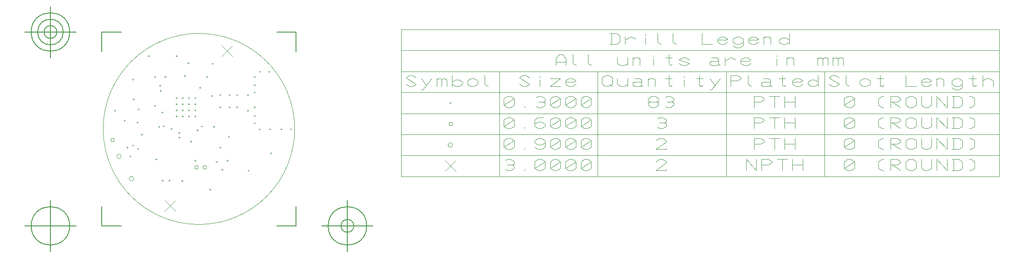
<source format=gbr>
G04 Generated by Ultiboard 13.0 *
%FSLAX34Y34*%
%MOMM*%

%ADD11C,0.0100*%
%ADD12C,0.1000*%
%ADD13C,0.0010*%
%ADD14C,0.1500*%


G04 ColorRGB 000000 for the following layer *
%LNDrill Symbols-Copper Top-Copper Bottom*%
%LPD*%
G54D11*
X327000Y531500D02*
X327000Y534500D01*
X325500Y533000D02*
X328500Y533000D01*
X443250Y528500D02*
X446250Y528500D01*
X444750Y527000D02*
X444750Y530000D01*
X372000Y574500D02*
X372000Y577500D01*
X370500Y576000D02*
X373500Y576000D01*
X357000Y591500D02*
X357000Y594500D01*
X355500Y593000D02*
X358500Y593000D01*
X370500Y585000D02*
X373500Y585000D01*
X372000Y583500D02*
X372000Y586500D01*
X414500Y597250D02*
X417500Y597250D01*
X416000Y595750D02*
X416000Y598750D01*
X406000Y590000D02*
X409000Y590000D01*
X407500Y588500D02*
X407500Y591500D01*
X440000Y595500D02*
X440000Y598500D01*
X438500Y597000D02*
X441500Y597000D01*
X265750Y607500D02*
X265750Y610500D01*
X264250Y609000D02*
X267250Y609000D01*
X291000Y603500D02*
X291000Y606500D01*
X289500Y605000D02*
X292500Y605000D01*
X247000Y626500D02*
X247000Y629500D01*
X245500Y628000D02*
X248500Y628000D01*
X291441Y630800D02*
X294441Y630800D01*
X292941Y629300D02*
X292941Y632300D01*
X339000Y623300D02*
X339000Y626300D01*
X337500Y624800D02*
X340500Y624800D01*
X325000Y636500D02*
X325000Y639500D01*
X323500Y638000D02*
X326500Y638000D01*
X336000Y665500D02*
X336000Y668500D01*
X334500Y667000D02*
X337500Y667000D01*
X411400Y672850D02*
X414400Y672850D01*
X412900Y671350D02*
X412900Y674350D01*
X325000Y692500D02*
X325000Y695500D01*
X323500Y694000D02*
X326500Y694000D01*
X343500Y694000D02*
X346500Y694000D01*
X345000Y692500D02*
X345000Y695500D01*
X381500Y696000D02*
X384500Y696000D01*
X383000Y694500D02*
X383000Y697500D01*
X424500Y694000D02*
X427500Y694000D01*
X426000Y692500D02*
X426000Y695500D01*
X390000Y719500D02*
X390000Y722500D01*
X388500Y721000D02*
X391500Y721000D01*
X437000Y718500D02*
X437000Y721500D01*
X435500Y720000D02*
X438500Y720000D01*
X313000Y733500D02*
X313000Y736500D01*
X311500Y735000D02*
X314500Y735000D01*
X365500Y735000D02*
X368500Y735000D01*
X367000Y733500D02*
X367000Y736500D01*
X527500Y592000D02*
X530500Y592000D01*
X529000Y590500D02*
X529000Y593500D01*
X547500Y592000D02*
X550500Y592000D01*
X549000Y590500D02*
X549000Y593500D01*
X569500Y592000D02*
X572500Y592000D01*
X571000Y590500D02*
X571000Y593500D01*
X588500Y592000D02*
X591500Y592000D01*
X590000Y590500D02*
X590000Y593500D01*
X519000Y616500D02*
X519000Y619500D01*
X517500Y618000D02*
X520500Y618000D01*
X519000Y602500D02*
X519000Y605500D01*
X517500Y604000D02*
X520500Y604000D01*
X519000Y662500D02*
X519000Y665500D01*
X517500Y664000D02*
X520500Y664000D01*
X519000Y692500D02*
X519000Y695500D01*
X517500Y694000D02*
X520500Y694000D01*
X517500Y678000D02*
X520500Y678000D01*
X519000Y676500D02*
X519000Y679500D01*
X527500Y704000D02*
X530500Y704000D01*
X529000Y702500D02*
X529000Y705500D01*
X545500Y704000D02*
X548500Y704000D01*
X547000Y702500D02*
X547000Y705500D01*
X549500Y545000D02*
X552500Y545000D01*
X551000Y543500D02*
X551000Y546500D01*
X283000Y648500D02*
X283000Y651500D01*
X281500Y650000D02*
X284500Y650000D01*
X280500Y689000D02*
X283500Y689000D01*
X282000Y687500D02*
X282000Y690500D01*
X250700Y538700D02*
G75*
D01*
G02X250700Y538700I4500J0*
G01*
X275000Y495200D02*
G75*
D01*
G02X275000Y495200I4500J0*
G01*
X506000Y657500D02*
X506000Y660500D01*
X504500Y659000D02*
X507500Y659000D01*
X470000Y657500D02*
X470000Y660500D01*
X468500Y659000D02*
X471500Y659000D01*
X436000Y655500D02*
X436000Y658500D01*
X434500Y657000D02*
X437500Y657000D01*
X450500Y635000D02*
X453500Y635000D01*
X452000Y633500D02*
X452000Y636500D01*
X468500Y635000D02*
X471500Y635000D01*
X470000Y633500D02*
X470000Y636500D01*
X483500Y635000D02*
X486500Y635000D01*
X485000Y633500D02*
X485000Y636500D01*
X519000Y633500D02*
X519000Y636500D01*
X517500Y635000D02*
X520500Y635000D01*
X504500Y628000D02*
X507500Y628000D01*
X506000Y626500D02*
X506000Y629500D01*
X483500Y659000D02*
X486500Y659000D01*
X485000Y657500D02*
X485000Y660500D01*
X333500Y677000D02*
X336500Y677000D01*
X335000Y675500D02*
X335000Y678500D01*
X467500Y577000D02*
X470500Y577000D01*
X469000Y575500D02*
X469000Y578500D01*
X401500Y531000D02*
X404500Y531000D01*
X403000Y529500D02*
X403000Y532500D01*
X340000Y490500D02*
X340000Y493500D01*
X338500Y492000D02*
X341500Y492000D01*
X376500Y491000D02*
X379500Y491000D01*
X378000Y489500D02*
X378000Y492500D01*
X351500Y492000D02*
X354500Y492000D01*
X353000Y490500D02*
X353000Y493500D01*
X505500Y511000D02*
X508500Y511000D01*
X507000Y509500D02*
X507000Y512500D01*
X430500Y474000D02*
X433500Y474000D01*
X432000Y472500D02*
X432000Y475500D01*
X450500Y556000D02*
X453500Y556000D01*
X452000Y554500D02*
X452000Y557500D01*
X395000Y566500D02*
X395000Y569500D01*
X393500Y568000D02*
X396500Y568000D01*
X456000Y511500D02*
X456000Y514500D01*
X454500Y513000D02*
X457500Y513000D01*
X277000Y537500D02*
X277000Y540500D01*
X275500Y539000D02*
X278500Y539000D01*
X340500Y598000D02*
X343500Y598000D01*
X342000Y596500D02*
X342000Y599500D01*
X332800Y595500D02*
X332800Y598500D01*
X331300Y597000D02*
X334300Y597000D01*
X464400Y531000D02*
X467400Y531000D01*
X465900Y529500D02*
X465900Y532500D01*
X269500Y556000D02*
X272500Y556000D01*
X271000Y554500D02*
X271000Y557500D01*
X290450Y553900D02*
X293450Y553900D01*
X291950Y552400D02*
X291950Y555400D01*
X280500Y560000D02*
X283500Y560000D01*
X282000Y558500D02*
X282000Y561500D01*
X239000Y568000D02*
X245000Y568000D01*
X245000Y574000D01*
X239000Y574000D01*
X239000Y568000D01*
X450500Y659000D02*
X453500Y659000D01*
X452000Y657500D02*
X452000Y660500D01*
X297600Y581800D02*
X300600Y581800D01*
X299100Y580300D02*
X299100Y583300D01*
X402300Y515000D02*
X408300Y515000D01*
X408300Y521000D01*
X402300Y521000D01*
X402300Y515000D01*
X418700Y515000D02*
X424700Y515000D01*
X424700Y521000D01*
X418700Y521000D01*
X418700Y515000D01*
X377500Y653000D02*
X380500Y653000D01*
X379000Y651500D02*
X379000Y654500D01*
X391000Y651500D02*
X391000Y654500D01*
X389500Y653000D02*
X392500Y653000D01*
X365500Y653000D02*
X368500Y653000D01*
X367000Y651500D02*
X367000Y654500D01*
X403000Y651500D02*
X403000Y654500D01*
X401500Y653000D02*
X404500Y653000D01*
X365500Y641000D02*
X368500Y641000D01*
X367000Y639500D02*
X367000Y642500D01*
X377500Y641000D02*
X380500Y641000D01*
X379000Y639500D02*
X379000Y642500D01*
X391000Y639500D02*
X391000Y642500D01*
X389500Y641000D02*
X392500Y641000D01*
X403000Y639500D02*
X403000Y642500D01*
X401500Y641000D02*
X404500Y641000D01*
X365500Y629000D02*
X368500Y629000D01*
X367000Y627500D02*
X367000Y630500D01*
X377500Y629000D02*
X380500Y629000D01*
X379000Y627500D02*
X379000Y630500D01*
X391000Y627500D02*
X391000Y630500D01*
X389500Y629000D02*
X392500Y629000D01*
X403000Y627500D02*
X403000Y630500D01*
X401500Y629000D02*
X404500Y629000D01*
X367000Y615500D02*
X367000Y618500D01*
X365500Y617000D02*
X368500Y617000D01*
X377500Y617000D02*
X380500Y617000D01*
X379000Y615500D02*
X379000Y618500D01*
X389500Y617000D02*
X392500Y617000D01*
X391000Y615500D02*
X391000Y618500D01*
X403000Y615500D02*
X403000Y618500D01*
X401500Y617000D02*
X404500Y617000D01*
X896015Y561065D02*
G75*
D01*
G02X896015Y561065I4500J0*
G01*
X897515Y599065D02*
X903515Y599065D01*
X903515Y605065D01*
X897515Y605065D01*
X897515Y599065D01*
X899015Y643065D02*
X902015Y643065D01*
X900515Y641565D02*
X900515Y644565D01*
G54D12*
X455093Y733893D02*
X476307Y755107D01*
X455093Y755107D02*
X476307Y733893D01*
X343793Y431693D02*
X365007Y452907D01*
X343793Y452907D02*
X365007Y431693D01*
X889908Y509458D02*
X911122Y530672D01*
X889908Y530672D02*
X911122Y509458D01*
X1008182Y530779D02*
X1011515Y532922D01*
X1018182Y532922D01*
X1024848Y528636D01*
X1024848Y524351D01*
X1021515Y522208D01*
X1024848Y520065D01*
X1024848Y515779D01*
X1018182Y511494D01*
X1011515Y511494D01*
X1008182Y513636D01*
X1011515Y522208D02*
X1021515Y522208D01*
X1044848Y511494D02*
X1044848Y513636D01*
X1064848Y528636D02*
X1071515Y532922D01*
X1078182Y532922D01*
X1084848Y528636D01*
X1084848Y515779D01*
X1078182Y511494D01*
X1071515Y511494D01*
X1064848Y515779D01*
X1064848Y528636D01*
X1084848Y528636D02*
X1064848Y515779D01*
X1094848Y528636D02*
X1101515Y532922D01*
X1108182Y532922D01*
X1114848Y528636D01*
X1114848Y515779D01*
X1108182Y511494D01*
X1101515Y511494D01*
X1094848Y515779D01*
X1094848Y528636D01*
X1114848Y528636D02*
X1094848Y515779D01*
X1124848Y528636D02*
X1131515Y532922D01*
X1138182Y532922D01*
X1144848Y528636D01*
X1144848Y515779D01*
X1138182Y511494D01*
X1131515Y511494D01*
X1124848Y515779D01*
X1124848Y528636D01*
X1144848Y528636D02*
X1124848Y515779D01*
X1154848Y528636D02*
X1161515Y532922D01*
X1168182Y532922D01*
X1174848Y528636D01*
X1174848Y515779D01*
X1168182Y511494D01*
X1161515Y511494D01*
X1154848Y515779D01*
X1154848Y528636D01*
X1174848Y528636D02*
X1154848Y515779D01*
X1300848Y528636D02*
X1307515Y532922D01*
X1314182Y532922D01*
X1320848Y528636D01*
X1320848Y526494D01*
X1300848Y511494D01*
X1320848Y511494D01*
X1320848Y513636D01*
X1476848Y511494D02*
X1476848Y532922D01*
X1496848Y511494D01*
X1496848Y532922D01*
X1506848Y511494D02*
X1506848Y532922D01*
X1520182Y532922D01*
X1526848Y528636D01*
X1526848Y526494D01*
X1520182Y522208D01*
X1506848Y522208D01*
X1546848Y511494D02*
X1546848Y532922D01*
X1536848Y532922D02*
X1556848Y532922D01*
X1566848Y511494D02*
X1566848Y532922D01*
X1586848Y511494D02*
X1586848Y532922D01*
X1566848Y522208D02*
X1586848Y522208D01*
X1667848Y528636D02*
X1674515Y532922D01*
X1681182Y532922D01*
X1687848Y528636D01*
X1687848Y515779D01*
X1681182Y511494D01*
X1674515Y511494D01*
X1667848Y515779D01*
X1667848Y528636D01*
X1687848Y528636D02*
X1667848Y515779D01*
X1744515Y511494D02*
X1741182Y511494D01*
X1734515Y515779D01*
X1734515Y528636D01*
X1741182Y532922D01*
X1744515Y532922D01*
X1757848Y511494D02*
X1757848Y532922D01*
X1771182Y532922D01*
X1777848Y528636D01*
X1777848Y526494D01*
X1771182Y522208D01*
X1757848Y522208D01*
X1761182Y522208D02*
X1777848Y511494D01*
X1787848Y515779D02*
X1794515Y511494D01*
X1801182Y511494D01*
X1807848Y515779D01*
X1807848Y528636D01*
X1801182Y532922D01*
X1794515Y532922D01*
X1787848Y528636D01*
X1787848Y515779D01*
X1817848Y532922D02*
X1817848Y515779D01*
X1824515Y511494D01*
X1831182Y511494D01*
X1837848Y515779D01*
X1837848Y532922D01*
X1847848Y511494D02*
X1847848Y532922D01*
X1867848Y511494D01*
X1867848Y532922D01*
X1877848Y511494D02*
X1891182Y511494D01*
X1897848Y515779D01*
X1897848Y528636D01*
X1891182Y532922D01*
X1877848Y532922D01*
X1881182Y532922D02*
X1881182Y511494D01*
X1911182Y532922D02*
X1914515Y532922D01*
X1921182Y528636D01*
X1921182Y515779D01*
X1914515Y511494D01*
X1911182Y511494D01*
X1004848Y569636D02*
X1011515Y573922D01*
X1018182Y573922D01*
X1024848Y569636D01*
X1024848Y556779D01*
X1018182Y552494D01*
X1011515Y552494D01*
X1004848Y556779D01*
X1004848Y569636D01*
X1024848Y569636D02*
X1004848Y556779D01*
X1044848Y552494D02*
X1044848Y554636D01*
X1064848Y556779D02*
X1071515Y552494D01*
X1078182Y552494D01*
X1084848Y556779D01*
X1084848Y565351D01*
X1084848Y569636D01*
X1078182Y573922D01*
X1071515Y573922D01*
X1064848Y569636D01*
X1064848Y565351D01*
X1071515Y561065D01*
X1078182Y561065D01*
X1084848Y565351D01*
X1094848Y569636D02*
X1101515Y573922D01*
X1108182Y573922D01*
X1114848Y569636D01*
X1114848Y556779D01*
X1108182Y552494D01*
X1101515Y552494D01*
X1094848Y556779D01*
X1094848Y569636D01*
X1114848Y569636D02*
X1094848Y556779D01*
X1124848Y569636D02*
X1131515Y573922D01*
X1138182Y573922D01*
X1144848Y569636D01*
X1144848Y556779D01*
X1138182Y552494D01*
X1131515Y552494D01*
X1124848Y556779D01*
X1124848Y569636D01*
X1144848Y569636D02*
X1124848Y556779D01*
X1154848Y569636D02*
X1161515Y573922D01*
X1168182Y573922D01*
X1174848Y569636D01*
X1174848Y556779D01*
X1168182Y552494D01*
X1161515Y552494D01*
X1154848Y556779D01*
X1154848Y569636D01*
X1174848Y569636D02*
X1154848Y556779D01*
X1300848Y569636D02*
X1307515Y573922D01*
X1314182Y573922D01*
X1320848Y569636D01*
X1320848Y567494D01*
X1300848Y552494D01*
X1320848Y552494D01*
X1320848Y554636D01*
X1491848Y552494D02*
X1491848Y573922D01*
X1505182Y573922D01*
X1511848Y569636D01*
X1511848Y567494D01*
X1505182Y563208D01*
X1491848Y563208D01*
X1531848Y552494D02*
X1531848Y573922D01*
X1521848Y573922D02*
X1541848Y573922D01*
X1551848Y552494D02*
X1551848Y573922D01*
X1571848Y552494D02*
X1571848Y573922D01*
X1551848Y563208D02*
X1571848Y563208D01*
X1667848Y569636D02*
X1674515Y573922D01*
X1681182Y573922D01*
X1687848Y569636D01*
X1687848Y556779D01*
X1681182Y552494D01*
X1674515Y552494D01*
X1667848Y556779D01*
X1667848Y569636D01*
X1687848Y569636D02*
X1667848Y556779D01*
X1744515Y552494D02*
X1741182Y552494D01*
X1734515Y556779D01*
X1734515Y569636D01*
X1741182Y573922D01*
X1744515Y573922D01*
X1757848Y552494D02*
X1757848Y573922D01*
X1771182Y573922D01*
X1777848Y569636D01*
X1777848Y567494D01*
X1771182Y563208D01*
X1757848Y563208D01*
X1761182Y563208D02*
X1777848Y552494D01*
X1787848Y556779D02*
X1794515Y552494D01*
X1801182Y552494D01*
X1807848Y556779D01*
X1807848Y569636D01*
X1801182Y573922D01*
X1794515Y573922D01*
X1787848Y569636D01*
X1787848Y556779D01*
X1817848Y573922D02*
X1817848Y556779D01*
X1824515Y552494D01*
X1831182Y552494D01*
X1837848Y556779D01*
X1837848Y573922D01*
X1847848Y552494D02*
X1847848Y573922D01*
X1867848Y552494D01*
X1867848Y573922D01*
X1877848Y552494D02*
X1891182Y552494D01*
X1897848Y556779D01*
X1897848Y569636D01*
X1891182Y573922D01*
X1877848Y573922D01*
X1881182Y573922D02*
X1881182Y552494D01*
X1911182Y573922D02*
X1914515Y573922D01*
X1921182Y569636D01*
X1921182Y556779D01*
X1914515Y552494D01*
X1911182Y552494D01*
X1004848Y610636D02*
X1011515Y614922D01*
X1018182Y614922D01*
X1024848Y610636D01*
X1024848Y597779D01*
X1018182Y593494D01*
X1011515Y593494D01*
X1004848Y597779D01*
X1004848Y610636D01*
X1024848Y610636D02*
X1004848Y597779D01*
X1044848Y593494D02*
X1044848Y595636D01*
X1081515Y614922D02*
X1071515Y614922D01*
X1064848Y610636D01*
X1064848Y602065D01*
X1064848Y597779D01*
X1071515Y593494D01*
X1078182Y593494D01*
X1084848Y597779D01*
X1084848Y602065D01*
X1078182Y606351D01*
X1071515Y606351D01*
X1064848Y602065D01*
X1094848Y610636D02*
X1101515Y614922D01*
X1108182Y614922D01*
X1114848Y610636D01*
X1114848Y597779D01*
X1108182Y593494D01*
X1101515Y593494D01*
X1094848Y597779D01*
X1094848Y610636D01*
X1114848Y610636D02*
X1094848Y597779D01*
X1124848Y610636D02*
X1131515Y614922D01*
X1138182Y614922D01*
X1144848Y610636D01*
X1144848Y597779D01*
X1138182Y593494D01*
X1131515Y593494D01*
X1124848Y597779D01*
X1124848Y610636D01*
X1144848Y610636D02*
X1124848Y597779D01*
X1154848Y610636D02*
X1161515Y614922D01*
X1168182Y614922D01*
X1174848Y610636D01*
X1174848Y597779D01*
X1168182Y593494D01*
X1161515Y593494D01*
X1154848Y597779D01*
X1154848Y610636D01*
X1174848Y610636D02*
X1154848Y597779D01*
X1304182Y612779D02*
X1307515Y614922D01*
X1314182Y614922D01*
X1320848Y610636D01*
X1320848Y606351D01*
X1317515Y604208D01*
X1320848Y602065D01*
X1320848Y597779D01*
X1314182Y593494D01*
X1307515Y593494D01*
X1304182Y595636D01*
X1307515Y604208D02*
X1317515Y604208D01*
X1491848Y593494D02*
X1491848Y614922D01*
X1505182Y614922D01*
X1511848Y610636D01*
X1511848Y608494D01*
X1505182Y604208D01*
X1491848Y604208D01*
X1531848Y593494D02*
X1531848Y614922D01*
X1521848Y614922D02*
X1541848Y614922D01*
X1551848Y593494D02*
X1551848Y614922D01*
X1571848Y593494D02*
X1571848Y614922D01*
X1551848Y604208D02*
X1571848Y604208D01*
X1667848Y610636D02*
X1674515Y614922D01*
X1681182Y614922D01*
X1687848Y610636D01*
X1687848Y597779D01*
X1681182Y593494D01*
X1674515Y593494D01*
X1667848Y597779D01*
X1667848Y610636D01*
X1687848Y610636D02*
X1667848Y597779D01*
X1744515Y593494D02*
X1741182Y593494D01*
X1734515Y597779D01*
X1734515Y610636D01*
X1741182Y614922D01*
X1744515Y614922D01*
X1757848Y593494D02*
X1757848Y614922D01*
X1771182Y614922D01*
X1777848Y610636D01*
X1777848Y608494D01*
X1771182Y604208D01*
X1757848Y604208D01*
X1761182Y604208D02*
X1777848Y593494D01*
X1787848Y597779D02*
X1794515Y593494D01*
X1801182Y593494D01*
X1807848Y597779D01*
X1807848Y610636D01*
X1801182Y614922D01*
X1794515Y614922D01*
X1787848Y610636D01*
X1787848Y597779D01*
X1817848Y614922D02*
X1817848Y597779D01*
X1824515Y593494D01*
X1831182Y593494D01*
X1837848Y597779D01*
X1837848Y614922D01*
X1847848Y593494D02*
X1847848Y614922D01*
X1867848Y593494D01*
X1867848Y614922D01*
X1877848Y593494D02*
X1891182Y593494D01*
X1897848Y597779D01*
X1897848Y610636D01*
X1891182Y614922D01*
X1877848Y614922D01*
X1881182Y614922D02*
X1881182Y593494D01*
X1911182Y614922D02*
X1914515Y614922D01*
X1921182Y610636D01*
X1921182Y597779D01*
X1914515Y593494D01*
X1911182Y593494D01*
X1004848Y651636D02*
X1011515Y655922D01*
X1018182Y655922D01*
X1024848Y651636D01*
X1024848Y638779D01*
X1018182Y634494D01*
X1011515Y634494D01*
X1004848Y638779D01*
X1004848Y651636D01*
X1024848Y651636D02*
X1004848Y638779D01*
X1044848Y634494D02*
X1044848Y636636D01*
X1068182Y653779D02*
X1071515Y655922D01*
X1078182Y655922D01*
X1084848Y651636D01*
X1084848Y647351D01*
X1081515Y645208D01*
X1084848Y643065D01*
X1084848Y638779D01*
X1078182Y634494D01*
X1071515Y634494D01*
X1068182Y636636D01*
X1071515Y645208D02*
X1081515Y645208D01*
X1094848Y651636D02*
X1101515Y655922D01*
X1108182Y655922D01*
X1114848Y651636D01*
X1114848Y638779D01*
X1108182Y634494D01*
X1101515Y634494D01*
X1094848Y638779D01*
X1094848Y651636D01*
X1114848Y651636D02*
X1094848Y638779D01*
X1124848Y651636D02*
X1131515Y655922D01*
X1138182Y655922D01*
X1144848Y651636D01*
X1144848Y638779D01*
X1138182Y634494D01*
X1131515Y634494D01*
X1124848Y638779D01*
X1124848Y651636D01*
X1144848Y651636D02*
X1124848Y638779D01*
X1154848Y651636D02*
X1161515Y655922D01*
X1168182Y655922D01*
X1174848Y651636D01*
X1174848Y638779D01*
X1168182Y634494D01*
X1161515Y634494D01*
X1154848Y638779D01*
X1154848Y651636D01*
X1174848Y651636D02*
X1154848Y638779D01*
X1299182Y634494D02*
X1292515Y634494D01*
X1285848Y638779D01*
X1285848Y643065D01*
X1289182Y645208D01*
X1285848Y647351D01*
X1285848Y651636D01*
X1292515Y655922D01*
X1299182Y655922D01*
X1305848Y651636D01*
X1305848Y647351D01*
X1302515Y645208D01*
X1305848Y643065D01*
X1305848Y638779D01*
X1299182Y634494D01*
X1289182Y645208D02*
X1302515Y645208D01*
X1319182Y653779D02*
X1322515Y655922D01*
X1329182Y655922D01*
X1335848Y651636D01*
X1335848Y647351D01*
X1332515Y645208D01*
X1335848Y643065D01*
X1335848Y638779D01*
X1329182Y634494D01*
X1322515Y634494D01*
X1319182Y636636D01*
X1322515Y645208D02*
X1332515Y645208D01*
X1491848Y634494D02*
X1491848Y655922D01*
X1505182Y655922D01*
X1511848Y651636D01*
X1511848Y649494D01*
X1505182Y645208D01*
X1491848Y645208D01*
X1531848Y634494D02*
X1531848Y655922D01*
X1521848Y655922D02*
X1541848Y655922D01*
X1551848Y634494D02*
X1551848Y655922D01*
X1571848Y634494D02*
X1571848Y655922D01*
X1551848Y645208D02*
X1571848Y645208D01*
X1667848Y651636D02*
X1674515Y655922D01*
X1681182Y655922D01*
X1687848Y651636D01*
X1687848Y638779D01*
X1681182Y634494D01*
X1674515Y634494D01*
X1667848Y638779D01*
X1667848Y651636D01*
X1687848Y651636D02*
X1667848Y638779D01*
X1744515Y634494D02*
X1741182Y634494D01*
X1734515Y638779D01*
X1734515Y651636D01*
X1741182Y655922D01*
X1744515Y655922D01*
X1757848Y634494D02*
X1757848Y655922D01*
X1771182Y655922D01*
X1777848Y651636D01*
X1777848Y649494D01*
X1771182Y645208D01*
X1757848Y645208D01*
X1761182Y645208D02*
X1777848Y634494D01*
X1787848Y638779D02*
X1794515Y634494D01*
X1801182Y634494D01*
X1807848Y638779D01*
X1807848Y651636D01*
X1801182Y655922D01*
X1794515Y655922D01*
X1787848Y651636D01*
X1787848Y638779D01*
X1817848Y655922D02*
X1817848Y638779D01*
X1824515Y634494D01*
X1831182Y634494D01*
X1837848Y638779D01*
X1837848Y655922D01*
X1847848Y634494D02*
X1847848Y655922D01*
X1867848Y634494D01*
X1867848Y655922D01*
X1877848Y634494D02*
X1891182Y634494D01*
X1897848Y638779D01*
X1897848Y651636D01*
X1891182Y655922D01*
X1877848Y655922D01*
X1881182Y655922D02*
X1881182Y634494D01*
X1911182Y655922D02*
X1914515Y655922D01*
X1921182Y651636D01*
X1921182Y638779D01*
X1914515Y634494D01*
X1911182Y634494D01*
G04 ColorRGB 00FFFF for the following layer *
%LNBoard Outline*%
%LPD*%
G54D10*
G54D13*
X224255Y592300D02*
G75*
D01*
G02X224255Y592300I186495J0*
G01*
G54D14*
X221485Y403035D02*
X221485Y440888D01*
X221485Y403035D02*
X259338Y403035D01*
X600015Y403035D02*
X562162Y403035D01*
X600015Y403035D02*
X600015Y440888D01*
X600015Y781565D02*
X600015Y743712D01*
X600015Y781565D02*
X562162Y781565D01*
X221485Y781565D02*
X259338Y781565D01*
X221485Y781565D02*
X221485Y743712D01*
X171485Y403035D02*
X71485Y403035D01*
X121485Y353035D02*
X121485Y453035D01*
X83985Y403035D02*
G75*
D01*
G02X83985Y403035I37500J0*
G01*
X650015Y403035D02*
X750015Y403035D01*
X700015Y353035D02*
X700015Y453035D01*
X662515Y403035D02*
G75*
D01*
G02X662515Y403035I37500J0*
G01*
X687515Y403035D02*
G75*
D01*
G02X687515Y403035I12500J0*
G01*
X171485Y781565D02*
X71485Y781565D01*
X121485Y731565D02*
X121485Y831565D01*
X83985Y781565D02*
G75*
D01*
G02X83985Y781565I37500J0*
G01*
X96485Y781565D02*
G75*
D01*
G02X96485Y781565I25000J0*
G01*
X108985Y781565D02*
G75*
D01*
G02X108985Y781565I12500J0*
G01*
G04 ColorRGB 66FFCC for the following layer *
%LNLegend Description*%
%LPD*%
G54D12*
X805015Y499565D02*
X1970015Y499565D01*
X1970015Y786565D01*
X805015Y786565D01*
X805015Y499565D01*
X996015Y704565D02*
X996015Y499565D01*
X1187015Y704565D02*
X1187015Y499565D01*
X1438015Y704565D02*
X1438015Y499565D01*
X1629015Y704565D02*
X1629015Y499565D01*
X1970015Y704565D02*
X1970015Y499565D01*
X805015Y540565D02*
X1970015Y540565D01*
X805015Y581565D02*
X1970015Y581565D01*
X805015Y622565D02*
X1970015Y622565D01*
X813848Y679779D02*
X820515Y675494D01*
X827182Y675494D01*
X833848Y679779D01*
X813848Y692636D01*
X820515Y696922D01*
X827182Y696922D01*
X833848Y692636D01*
X843848Y669065D02*
X847182Y669065D01*
X863848Y690494D01*
X843848Y690494D02*
X853848Y677636D01*
X873848Y675494D02*
X873848Y688351D01*
X873848Y690494D01*
X873848Y688351D02*
X877182Y690494D01*
X880515Y690494D01*
X883848Y688351D01*
X887182Y690494D01*
X890515Y690494D01*
X893848Y688351D01*
X893848Y675494D01*
X883848Y688351D02*
X883848Y675494D01*
X903848Y679779D02*
X910515Y675494D01*
X917182Y675494D01*
X923848Y679779D01*
X923848Y684065D01*
X917182Y688351D01*
X910515Y688351D01*
X903848Y684065D01*
X903848Y696922D02*
X903848Y675494D01*
X933848Y679779D02*
X940515Y675494D01*
X947182Y675494D01*
X953848Y679779D01*
X953848Y686208D01*
X947182Y690494D01*
X940515Y690494D01*
X933848Y686208D01*
X933848Y679779D01*
X967182Y696922D02*
X967182Y679779D01*
X973848Y675494D01*
X805015Y663565D02*
X1970015Y663565D01*
X1034848Y679779D02*
X1041515Y675494D01*
X1048182Y675494D01*
X1054848Y679779D01*
X1034848Y692636D01*
X1041515Y696922D01*
X1048182Y696922D01*
X1054848Y692636D01*
X1074848Y675494D02*
X1074848Y688351D01*
X1074848Y692636D02*
X1074848Y694779D01*
X1094848Y690494D02*
X1114848Y690494D01*
X1094848Y675494D01*
X1114848Y675494D01*
X1144848Y679779D02*
X1138182Y675494D01*
X1131515Y675494D01*
X1124848Y679779D01*
X1124848Y686208D01*
X1131515Y690494D01*
X1138182Y690494D01*
X1144848Y686208D01*
X1141515Y684065D01*
X1124848Y684065D01*
X1195848Y679779D02*
X1202515Y675494D01*
X1209182Y675494D01*
X1215848Y679779D01*
X1215848Y692636D01*
X1209182Y696922D01*
X1202515Y696922D01*
X1195848Y692636D01*
X1195848Y679779D01*
X1209182Y679779D02*
X1215848Y675494D01*
X1225848Y690494D02*
X1225848Y679779D01*
X1232515Y675494D01*
X1239182Y675494D01*
X1245848Y679779D01*
X1245848Y690494D01*
X1245848Y679779D02*
X1245848Y675494D01*
X1259182Y690494D02*
X1269182Y690494D01*
X1272515Y688351D01*
X1272515Y677636D01*
X1269182Y675494D01*
X1259182Y675494D01*
X1255848Y677636D01*
X1255848Y681922D01*
X1259182Y684065D01*
X1272515Y684065D01*
X1272515Y677636D02*
X1275848Y675494D01*
X1285848Y675494D02*
X1285848Y688351D01*
X1285848Y690494D01*
X1285848Y688351D02*
X1289182Y690494D01*
X1295848Y690494D01*
X1299182Y688351D01*
X1299182Y675494D01*
X1332515Y677636D02*
X1329182Y675494D01*
X1325848Y677636D01*
X1325848Y696922D01*
X1319182Y690494D02*
X1332515Y690494D01*
X1355848Y675494D02*
X1355848Y688351D01*
X1355848Y692636D02*
X1355848Y694779D01*
X1392515Y677636D02*
X1389182Y675494D01*
X1385848Y677636D01*
X1385848Y696922D01*
X1379182Y690494D02*
X1392515Y690494D01*
X1405848Y669065D02*
X1409182Y669065D01*
X1425848Y690494D01*
X1405848Y690494D02*
X1415848Y677636D01*
X1446848Y675494D02*
X1446848Y696922D01*
X1460182Y696922D01*
X1466848Y692636D01*
X1466848Y690494D01*
X1460182Y686208D01*
X1446848Y686208D01*
X1480182Y696922D02*
X1480182Y679779D01*
X1486848Y675494D01*
X1510182Y690494D02*
X1520182Y690494D01*
X1523515Y688351D01*
X1523515Y677636D01*
X1520182Y675494D01*
X1510182Y675494D01*
X1506848Y677636D01*
X1506848Y681922D01*
X1510182Y684065D01*
X1523515Y684065D01*
X1523515Y677636D02*
X1526848Y675494D01*
X1553515Y677636D02*
X1550182Y675494D01*
X1546848Y677636D01*
X1546848Y696922D01*
X1540182Y690494D02*
X1553515Y690494D01*
X1586848Y679779D02*
X1580182Y675494D01*
X1573515Y675494D01*
X1566848Y679779D01*
X1566848Y686208D01*
X1573515Y690494D01*
X1580182Y690494D01*
X1586848Y686208D01*
X1583515Y684065D01*
X1566848Y684065D01*
X1616848Y679779D02*
X1610182Y675494D01*
X1603515Y675494D01*
X1596848Y679779D01*
X1596848Y684065D01*
X1603515Y688351D01*
X1610182Y688351D01*
X1616848Y684065D01*
X1616848Y696922D02*
X1616848Y675494D01*
X1637848Y679779D02*
X1644515Y675494D01*
X1651182Y675494D01*
X1657848Y679779D01*
X1637848Y692636D01*
X1644515Y696922D01*
X1651182Y696922D01*
X1657848Y692636D01*
X1671182Y696922D02*
X1671182Y679779D01*
X1677848Y675494D01*
X1697848Y679779D02*
X1704515Y675494D01*
X1711182Y675494D01*
X1717848Y679779D01*
X1717848Y686208D01*
X1711182Y690494D01*
X1704515Y690494D01*
X1697848Y686208D01*
X1697848Y679779D01*
X1744515Y677636D02*
X1741182Y675494D01*
X1737848Y677636D01*
X1737848Y696922D01*
X1731182Y690494D02*
X1744515Y690494D01*
X1787848Y696922D02*
X1787848Y675494D01*
X1807848Y675494D01*
X1837848Y679779D02*
X1831182Y675494D01*
X1824515Y675494D01*
X1817848Y679779D01*
X1817848Y686208D01*
X1824515Y690494D01*
X1831182Y690494D01*
X1837848Y686208D01*
X1834515Y684065D01*
X1817848Y684065D01*
X1847848Y675494D02*
X1847848Y688351D01*
X1847848Y690494D01*
X1847848Y688351D02*
X1851182Y690494D01*
X1857848Y690494D01*
X1861182Y688351D01*
X1861182Y675494D01*
X1877848Y673351D02*
X1884515Y669065D01*
X1891182Y669065D01*
X1897848Y673351D01*
X1897848Y679779D01*
X1897848Y686208D01*
X1891182Y690494D01*
X1884515Y690494D01*
X1877848Y686208D01*
X1877848Y679779D01*
X1884515Y675494D01*
X1891182Y675494D01*
X1897848Y679779D01*
X1924515Y677636D02*
X1921182Y675494D01*
X1917848Y677636D01*
X1917848Y696922D01*
X1911182Y690494D02*
X1924515Y690494D01*
X1937848Y686208D02*
X1944515Y690494D01*
X1951182Y690494D01*
X1957848Y686208D01*
X1957848Y675494D01*
X1937848Y696922D02*
X1937848Y675494D01*
X805015Y704565D02*
X1970015Y704565D01*
X1105848Y716494D02*
X1105848Y729351D01*
X1112515Y737922D01*
X1119182Y737922D01*
X1125848Y729351D01*
X1125848Y716494D01*
X1105848Y722922D02*
X1125848Y722922D01*
X1139182Y737922D02*
X1139182Y720779D01*
X1145848Y716494D01*
X1169182Y737922D02*
X1169182Y720779D01*
X1175848Y716494D01*
X1225848Y731494D02*
X1225848Y720779D01*
X1232515Y716494D01*
X1239182Y716494D01*
X1245848Y720779D01*
X1245848Y731494D01*
X1245848Y720779D02*
X1245848Y716494D01*
X1255848Y716494D02*
X1255848Y729351D01*
X1255848Y731494D01*
X1255848Y729351D02*
X1259182Y731494D01*
X1265848Y731494D01*
X1269182Y729351D01*
X1269182Y716494D01*
X1295848Y716494D02*
X1295848Y729351D01*
X1295848Y733636D02*
X1295848Y735779D01*
X1332515Y718636D02*
X1329182Y716494D01*
X1325848Y718636D01*
X1325848Y737922D01*
X1319182Y731494D02*
X1332515Y731494D01*
X1345848Y720779D02*
X1352515Y716494D01*
X1359182Y716494D01*
X1365848Y720779D01*
X1345848Y727208D01*
X1352515Y731494D01*
X1359182Y731494D01*
X1365848Y727208D01*
X1409182Y731494D02*
X1419182Y731494D01*
X1422515Y729351D01*
X1422515Y718636D01*
X1419182Y716494D01*
X1409182Y716494D01*
X1405848Y718636D01*
X1405848Y722922D01*
X1409182Y725065D01*
X1422515Y725065D01*
X1422515Y718636D02*
X1425848Y716494D01*
X1435848Y725065D02*
X1445848Y731494D01*
X1449182Y731494D01*
X1455848Y727208D01*
X1435848Y716494D02*
X1435848Y731494D01*
X1485848Y720779D02*
X1479182Y716494D01*
X1472515Y716494D01*
X1465848Y720779D01*
X1465848Y727208D01*
X1472515Y731494D01*
X1479182Y731494D01*
X1485848Y727208D01*
X1482515Y725065D01*
X1465848Y725065D01*
X1535848Y716494D02*
X1535848Y729351D01*
X1535848Y733636D02*
X1535848Y735779D01*
X1555848Y716494D02*
X1555848Y729351D01*
X1555848Y731494D01*
X1555848Y729351D02*
X1559182Y731494D01*
X1565848Y731494D01*
X1569182Y729351D01*
X1569182Y716494D01*
X1615848Y716494D02*
X1615848Y729351D01*
X1615848Y731494D01*
X1615848Y729351D02*
X1619182Y731494D01*
X1622515Y731494D01*
X1625848Y729351D01*
X1629182Y731494D01*
X1632515Y731494D01*
X1635848Y729351D01*
X1635848Y716494D01*
X1625848Y729351D02*
X1625848Y716494D01*
X1645848Y716494D02*
X1645848Y729351D01*
X1645848Y731494D01*
X1645848Y729351D02*
X1649182Y731494D01*
X1652515Y731494D01*
X1655848Y729351D01*
X1659182Y731494D01*
X1662515Y731494D01*
X1665848Y729351D01*
X1665848Y716494D01*
X1655848Y729351D02*
X1655848Y716494D01*
X805015Y745565D02*
X1970015Y745565D01*
X1210848Y757494D02*
X1224182Y757494D01*
X1230848Y761779D01*
X1230848Y774636D01*
X1224182Y778922D01*
X1210848Y778922D01*
X1214182Y778922D02*
X1214182Y757494D01*
X1240848Y766065D02*
X1250848Y772494D01*
X1254182Y772494D01*
X1260848Y768208D01*
X1240848Y757494D02*
X1240848Y772494D01*
X1280848Y757494D02*
X1280848Y770351D01*
X1280848Y774636D02*
X1280848Y776779D01*
X1304182Y778922D02*
X1304182Y761779D01*
X1310848Y757494D01*
X1334182Y778922D02*
X1334182Y761779D01*
X1340848Y757494D01*
X1390848Y778922D02*
X1390848Y757494D01*
X1410848Y757494D01*
X1440848Y761779D02*
X1434182Y757494D01*
X1427515Y757494D01*
X1420848Y761779D01*
X1420848Y768208D01*
X1427515Y772494D01*
X1434182Y772494D01*
X1440848Y768208D01*
X1437515Y766065D01*
X1420848Y766065D01*
X1450848Y755351D02*
X1457515Y751065D01*
X1464182Y751065D01*
X1470848Y755351D01*
X1470848Y761779D01*
X1470848Y768208D01*
X1464182Y772494D01*
X1457515Y772494D01*
X1450848Y768208D01*
X1450848Y761779D01*
X1457515Y757494D01*
X1464182Y757494D01*
X1470848Y761779D01*
X1500848Y761779D02*
X1494182Y757494D01*
X1487515Y757494D01*
X1480848Y761779D01*
X1480848Y768208D01*
X1487515Y772494D01*
X1494182Y772494D01*
X1500848Y768208D01*
X1497515Y766065D01*
X1480848Y766065D01*
X1510848Y757494D02*
X1510848Y770351D01*
X1510848Y772494D01*
X1510848Y770351D02*
X1514182Y772494D01*
X1520848Y772494D01*
X1524182Y770351D01*
X1524182Y757494D01*
X1560848Y761779D02*
X1554182Y757494D01*
X1547515Y757494D01*
X1540848Y761779D01*
X1540848Y766065D01*
X1547515Y770351D01*
X1554182Y770351D01*
X1560848Y766065D01*
X1560848Y778922D02*
X1560848Y757494D01*

M02*

</source>
